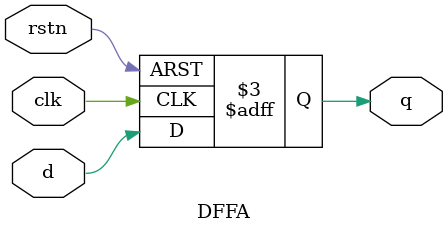
<source format=v>
module DFF(input d, input rstn, input clk, output reg q);
    always @ (posedge clk)
        if (!rstn)
            q <= 0;
        else
            q <= d;
endmodule

module DFFA(input d, input rstn, input clk, output reg q);
    always @ (posedge clk or negedge rstn)
        if (!rstn)
            q <= 0;
        else
            q <= d;
endmodule

</source>
